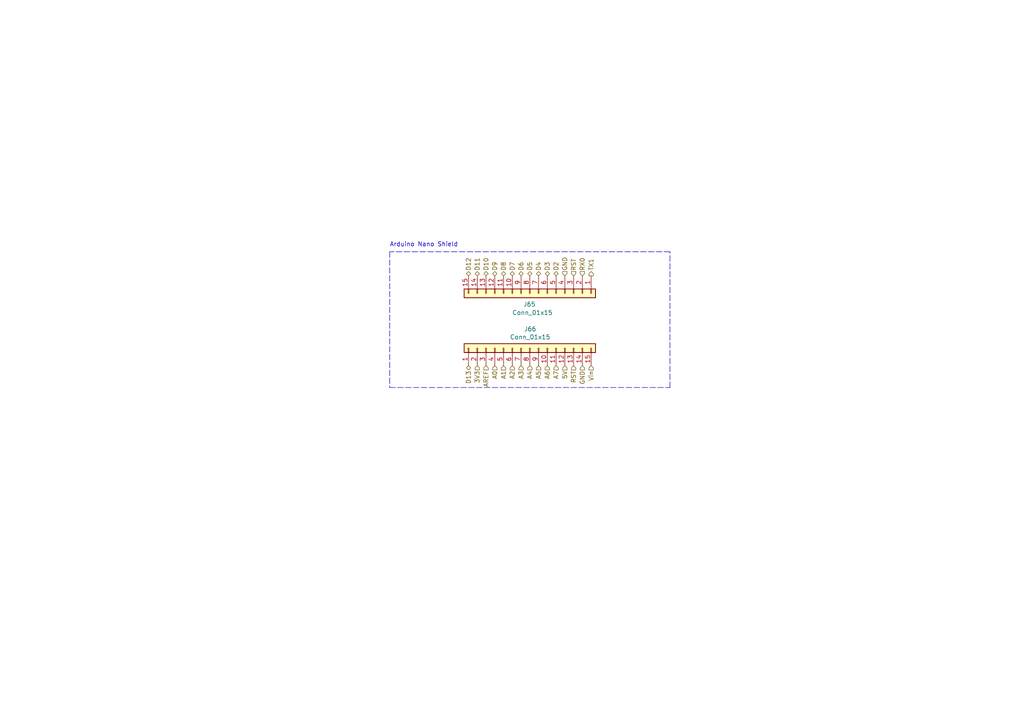
<source format=kicad_sch>
(kicad_sch (version 20231120) (generator "eeschema") (generator_version "8.0")
  (paper "A4")
  (lib_symbols
    (symbol "Connector_Generic:Conn_01x15" (pin_names (offset 1.016) hide)
      (property "Reference" "J" (at 0 20.32 0))
      (property "Value" "Conn_01x15" (at 0 -20.32 0))
      (symbol "Conn_01x15_1_1"
        (rectangle (start -1.27 -17.653) (end 0 -17.907) (stroke (width 0.1524)))
        (rectangle (start -1.27 -15.113) (end 0 -15.367) (stroke (width 0.1524)))
        (rectangle (start -1.27 -12.573) (end 0 -12.827) (stroke (width 0.1524)))
        (rectangle (start -1.27 -10.033) (end 0 -10.287) (stroke (width 0.1524)))
        (rectangle (start -1.27 -7.493) (end 0 -7.747) (stroke (width 0.1524)))
        (rectangle (start -1.27 -4.953) (end 0 -5.207) (stroke (width 0.1524)))
        (rectangle (start -1.27 -2.413) (end 0 -2.667) (stroke (width 0.1524)))
        (rectangle (start -1.27 0.127) (end 0 -0.127) (stroke (width 0.1524)))
        (rectangle (start -1.27 2.667) (end 0 2.413) (stroke (width 0.1524)))
        (rectangle (start -1.27 5.207) (end 0 4.953) (stroke (width 0.1524)))
        (rectangle (start -1.27 7.747) (end 0 7.493) (stroke (width 0.1524)))
        (rectangle (start -1.27 10.287) (end 0 10.033) (stroke (width 0.1524)))
        (rectangle (start -1.27 12.827) (end 0 12.573) (stroke (width 0.1524)))
        (rectangle (start -1.27 15.367) (end 0 15.113) (stroke (width 0.1524)))
        (rectangle (start -1.27 17.907) (end 0 17.653) (stroke (width 0.1524)))
        (rectangle (start -1.27 19.05) (end 1.27 -19.05) (stroke (width 0.254)) (fill (type background)))
        (pin passive line (at -5.08 17.78 0) (length 3.81) (name "Pin_1") (number "1"))
        (pin passive line (at -5.08 -5.08 0) (length 3.81) (name "Pin_10") (number "10"))
        (pin passive line (at -5.08 -7.62 0) (length 3.81) (name "Pin_11") (number "11"))
        (pin passive line (at -5.08 -10.16 0) (length 3.81) (name "Pin_12") (number "12"))
        (pin passive line (at -5.08 -12.7 0) (length 3.81) (name "Pin_13") (number "13"))
        (pin passive line (at -5.08 -15.24 0) (length 3.81) (name "Pin_14") (number "14"))
        (pin passive line (at -5.08 -17.78 0) (length 3.81) (name "Pin_15") (number "15"))
        (pin passive line (at -5.08 15.24 0) (length 3.81) (name "Pin_2") (number "2"))
        (pin passive line (at -5.08 12.7 0) (length 3.81) (name "Pin_3") (number "3"))
        (pin passive line (at -5.08 10.16 0) (length 3.81) (name "Pin_4") (number "4"))
        (pin passive line (at -5.08 7.62 0) (length 3.81) (name "Pin_5") (number "5"))
        (pin passive line (at -5.08 5.08 0) (length 3.81) (name "Pin_6") (number "6"))
        (pin passive line (at -5.08 2.54 0) (length 3.81) (name "Pin_7") (number "7"))
        (pin passive line (at -5.08 0 0) (length 3.81) (name "Pin_8") (number "8"))
        (pin passive line (at -5.08 -2.54 0) (length 3.81) (name "Pin_9") (number "9"))
      )
    )
  )
  (polyline (pts (xy 194.31 73.025) (xy 113.03 73.025)) (stroke (width 0) (type dash)))
  (polyline (pts (xy 113.03 73.025) (xy 113.03 112.395)) (stroke (width 0) (type dash)))
  (polyline (pts (xy 113.03 112.395) (xy 194.31 112.395)) (stroke (width 0) (type dash)))
  (polyline (pts (xy 194.31 112.395) (xy 194.31 73.025)) (stroke (width 0) (type dash)))
  (text "Arduino Nano Shield" (at 113.03 71.755 0) (effects (font (size 1.27 1.27)) (justify left bottom)))
  (hierarchical_label "A7" (shape input) (at 161.29 106.045 270))
  (hierarchical_label "A2" (shape input) (at 148.59 106.045 270))
  (hierarchical_label "GND" (shape input) (at 163.83 80.01 90))
  (hierarchical_label "A6" (shape input) (at 158.75 106.045 270))
  (hierarchical_label "D4" (shape bidirectional) (at 156.21 80.01 90))
  (hierarchical_label "A1" (shape input) (at 146.05 106.045 270))
  (hierarchical_label "A0" (shape input) (at 143.51 106.045 270))
  (hierarchical_label "D2" (shape bidirectional) (at 161.29 80.01 90))
  (hierarchical_label "GND" (shape input) (at 168.91 106.045 270))
  (hierarchical_label "A5" (shape input) (at 156.21 106.045 270))
  (hierarchical_label "D3" (shape bidirectional) (at 158.75 80.01 90))
  (hierarchical_label "D8" (shape bidirectional) (at 146.05 80.01 90))
  (hierarchical_label "RST" (shape input) (at 166.37 106.045 270))
  (hierarchical_label "D6" (shape bidirectional) (at 151.13 80.01 90))
  (hierarchical_label "5V" (shape input) (at 163.83 106.045 270))
  (hierarchical_label "RST" (shape input) (at 166.37 80.01 90))
  (hierarchical_label "A4" (shape input) (at 153.67 106.045 270))
  (hierarchical_label "D13" (shape bidirectional) (at 135.89 106.045 270))
  (hierarchical_label "D7" (shape bidirectional) (at 148.59 80.01 90))
  (hierarchical_label "RX0" (shape input) (at 168.91 80.01 90))
  (hierarchical_label "TX1" (shape output) (at 171.45 80.01 90))
  (hierarchical_label "D9" (shape bidirectional) (at 143.51 80.01 90))
  (hierarchical_label "D12" (shape bidirectional) (at 135.89 80.01 90))
  (hierarchical_label "D5" (shape bidirectional) (at 153.67 80.01 90))
  (hierarchical_label "D11" (shape bidirectional) (at 138.43 80.01 90))
  (hierarchical_label "Vin" (shape input) (at 171.45 106.045 270))
  (hierarchical_label "A3" (shape input) (at 151.13 106.045 270))
  (hierarchical_label "D10" (shape bidirectional) (at 140.97 80.01 90))
  (hierarchical_label "AREF" (shape input) (at 140.97 106.045 270))
  (hierarchical_label "3V3" (shape input) (at 138.43 106.045 270))
  (symbol (lib_id "Connector_Generic:Conn_01x15") (at 153.67 85.09 270) (unit 1)
    (property "Reference" "J65" (at 153.5684 88.265 90))
    (property "Value" "Conn_01x15" (at 154.432 90.678 90))
    (property "Footprint" "Connector_PinSocket_2.54mm:PinSocket_1x15_P2.54mm_Vertical" (effects (hide yes)))
  )
  (symbol (lib_id "Connector_Generic:Conn_01x15") (at 153.67 100.965 90) (unit 1)
    (property "Reference" "J66" (at 153.7716 95.4532 90))
    (property "Value" "Conn_01x15" (at 153.7716 97.7646 90))
    (property "Footprint" "Connector_PinSocket_2.54mm:PinSocket_1x15_P2.54mm_Vertical" (effects (hide yes)))
  )
)
</source>
